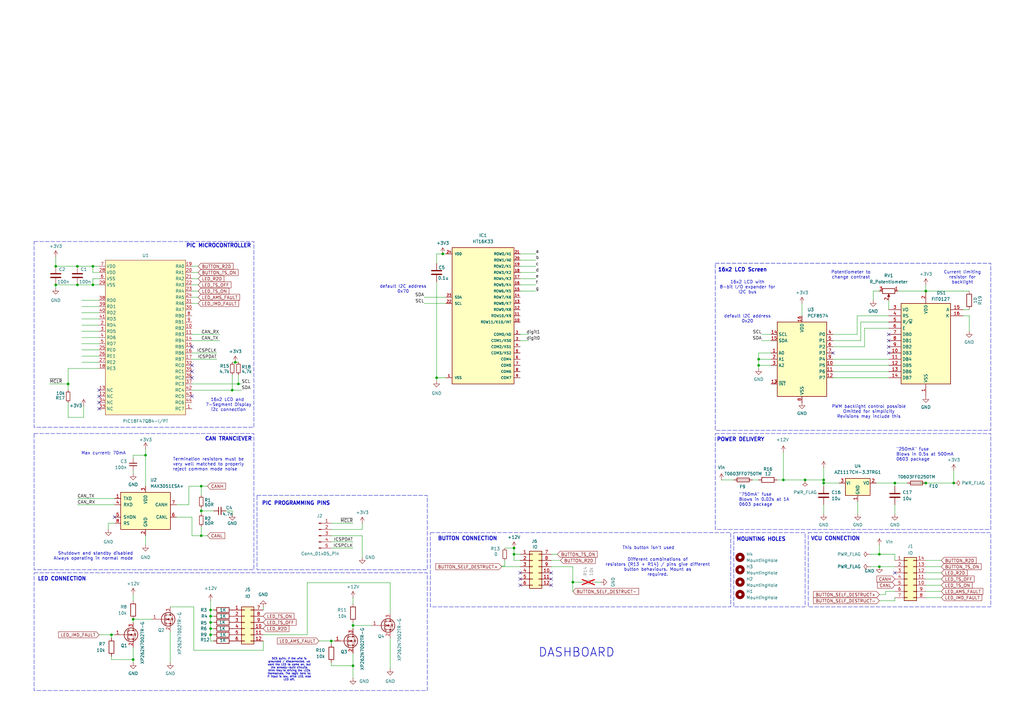
<source format=kicad_sch>
(kicad_sch (version 20231120) (generator "eeschema") (generator_version "8.0")
  (paper "A3")
  (title_block (title "BEST DASHBOARD EVER mk.2"))
  (junction (at 86.36 250.19))
  (junction (at 379.73 198.12))
  (junction (at 31.75 116.84))
  (junction (at 210.82 224.79))
  (junction (at 181.61 104.14))
  (junction (at 86.36 257.81))
  (junction (at 97.79 157.48))
  (junction (at 144.78 256.54))
  (junction (at 86.36 252.73))
  (junction (at 86.36 255.27))
  (junction (at 135.89 262.89))
  (junction (at 38.1 116.84))
  (junction (at 59.69 186.69))
  (junction (at 95.25 160.02))
  (junction (at 321.31 196.85))
  (junction (at 54.61 270.51))
  (junction (at 360.68 232.41))
  (junction (at 337.82 196.85))
  (junction (at 144.78 273.05))
  (junction (at 22.86 116.84))
  (junction (at 27.94 157.48))
  (junction (at 82.55 199.39))
  (junction (at 379.73 119.38))
  (junction (at 38.1 109.22))
  (junction (at 86.36 260.35))
  (junction (at 337.82 198.12))
  (junction (at 311.15 149.86))
  (junction (at 210.82 227.33))
  (junction (at 391.16 198.12))
  (junction (at 367.03 198.12))
  (junction (at 311.15 147.32))
  (junction (at 82.55 219.71))
  (junction (at 360.68 227.33))
  (junction (at 54.61 254))
  (junction (at 96.52 148.59))
  (junction (at 45.72 260.35))
  (junction (at 82.55 209.55))
  (junction (at 330.2 196.85))
  (junction (at 234.95 238.76))
  (junction (at 31.75 109.22))
  (junction (at 22.86 109.22))
  (junction (at 179.07 154.94))
  (no_connect (at 40.64 160.02))
  (no_connect (at 364.49 139.7))
  (no_connect (at 78.74 152.4))
  (no_connect (at 364.49 142.24))
  (no_connect (at 40.64 165.1))
  (no_connect (at 367.03 234.95))
  (no_connect (at 78.74 154.94))
  (no_connect (at 40.64 162.56))
  (no_connect (at 40.64 167.64))
  (no_connect (at 46.99 212.09))
  (no_connect (at 364.49 144.78))
  (no_connect (at 213.36 237.49))
  (no_connect (at 364.49 137.16))
  (no_connect (at 226.06 240.03))
  (no_connect (at 341.63 144.78))
  (no_connect (at 78.74 142.24))
  (no_connect (at 226.06 234.95))
  (no_connect (at 213.36 234.95))
  (no_connect (at 78.74 162.56))
  (no_connect (at 226.06 237.49))
  (no_connect (at 213.36 240.03))
  (no_connect (at 78.74 149.86))
  (wire (pts (xy 22.86 105.41) (xy 22.86 109.22)))
  (wire (pts (xy 33.528 123.19) (xy 40.64 123.19)))
  (wire (pts (xy 72.39 212.09) (xy 78.74 212.09)))
  (wire (pts (xy 82.55 219.71) (xy 85.09 219.71)))
  (wire (pts (xy 359.41 198.12) (xy 367.03 198.12)))
  (wire (pts (xy 379.73 242.57) (xy 386.08 242.57)))
  (wire (pts (xy 22.86 109.22) (xy 31.75 109.22)))
  (wire (pts (xy 79.502 248.92) (xy 79.502 266.7)))
  (wire (pts (xy 81.28 109.22) (xy 78.74 109.22)))
  (wire (pts (xy 316.23 144.78) (xy 311.15 144.78)))
  (wire (pts (xy 54.61 254) (xy 62.23 254)))
  (wire (pts (xy 45.72 270.51) (xy 45.72 269.24)))
  (wire (pts (xy 353.06 139.7) (xy 353.06 132.08)))
  (wire (pts (xy 160.02 239.014) (xy 125.984 239.014)))
  (wire (pts (xy 86.36 262.89) (xy 87.63 262.89)))
  (wire (pts (xy 86.36 260.35) (xy 86.36 262.89)))
  (wire (pts (xy 77.47 199.39) (xy 82.55 199.39)))
  (wire (pts (xy 86.36 246.38) (xy 86.36 250.19)))
  (wire (pts (xy 368.3 119.38) (xy 379.73 119.38)))
  (wire (pts (xy 360.68 227.33) (xy 367.03 227.33)))
  (wire (pts (xy 311.15 147.32) (xy 311.15 149.86)))
  (wire (pts (xy 86.36 255.27) (xy 86.36 257.81)))
  (wire (pts (xy 44.45 214.63) (xy 46.99 214.63)))
  (wire (pts (xy 144.78 256.54) (xy 152.4 256.54)))
  (wire (pts (xy 135.89 264.16) (xy 135.89 262.89)))
  (wire (pts (xy 394.97 129.54) (xy 397.51 129.54)))
  (wire (pts (xy 210.82 227.33) (xy 213.36 227.33)))
  (wire (pts (xy 22.86 116.84) (xy 22.86 118.11)))
  (wire (pts (xy 213.36 139.7) (xy 216.916 139.7)))
  (wire (pts (xy 160.02 261.62) (xy 160.02 274.32)))
  (wire (pts (xy 360.68 232.41) (xy 367.03 232.41)))
  (wire (pts (xy 351.536 129.54) (xy 364.49 129.54)))
  (wire (pts (xy 351.79 205.74) (xy 351.79 210.82)))
  (wire (pts (xy 31.75 207.01) (xy 46.99 207.01)))
  (wire (pts (xy 135.89 219.71) (xy 148.59 219.71)))
  (wire (pts (xy 311.15 144.78) (xy 311.15 147.32)))
  (wire (pts (xy 181.61 104.14) (xy 182.88 104.14)))
  (wire (pts (xy 82.55 209.55) (xy 87.63 209.55)))
  (wire (pts (xy 135.89 222.25) (xy 144.78 222.25)))
  (wire (pts (xy 356.87 232.41) (xy 360.68 232.41)))
  (wire (pts (xy 213.36 104.14) (xy 219.71 104.14)))
  (wire (pts (xy 330.2 196.85) (xy 337.82 196.85)))
  (wire (pts (xy 135.89 217.17) (xy 148.59 217.17)))
  (wire (pts (xy 360.68 243.84) (xy 363.22 243.84)))
  (wire (pts (xy 33.528 130.81) (xy 40.64 130.81)))
  (wire (pts (xy 213.36 111.76) (xy 219.71 111.76)))
  (wire (pts (xy 234.95 242.57) (xy 234.95 238.76)))
  (wire (pts (xy 22.86 116.84) (xy 31.75 116.84)))
  (wire (pts (xy 86.36 252.73) (xy 87.63 252.73)))
  (wire (pts (xy 77.47 207.01) (xy 77.47 199.39)))
  (wire (pts (xy 207.01 232.156) (xy 207.01 229.87)))
  (wire (pts (xy 78.74 212.09) (xy 78.74 219.71)))
  (wire (pts (xy 379.73 229.87) (xy 386.08 229.87)))
  (wire (pts (xy 379.73 234.95) (xy 386.08 234.95)))
  (wire (pts (xy 144.78 273.05) (xy 135.89 273.05)))
  (wire (pts (xy 341.63 154.94) (xy 364.49 154.94)))
  (wire (pts (xy 312.42 139.7) (xy 316.23 139.7)))
  (wire (pts (xy 27.94 151.13) (xy 27.94 157.48)))
  (wire (pts (xy 312.42 137.16) (xy 316.23 137.16)))
  (wire (pts (xy 38.1 111.76) (xy 38.1 109.22)))
  (wire (pts (xy 367.03 242.57) (xy 363.22 242.57)))
  (wire (pts (xy 379.73 198.12) (xy 391.16 198.12)))
  (wire (pts (xy 31.75 116.84) (xy 38.1 116.84)))
  (wire (pts (xy 226.06 227.33) (xy 228.6 227.33)))
  (wire (pts (xy 354.584 142.24) (xy 341.63 142.24)))
  (wire (pts (xy 358.14 123.19) (xy 358.14 119.38)))
  (wire (pts (xy 107.95 250.19) (xy 107.95 248.92)))
  (wire (pts (xy 394.97 127) (xy 397.51 127)))
  (wire (pts (xy 82.55 199.39) (xy 82.55 203.2)))
  (wire (pts (xy 308.61 196.85) (xy 311.15 196.85)))
  (wire (pts (xy 364.49 134.62) (xy 354.584 134.62)))
  (wire (pts (xy 144.78 245.11) (xy 144.78 247.65)))
  (wire (pts (xy 360.68 223.52) (xy 360.68 227.33)))
  (wire (pts (xy 179.07 115.57) (xy 179.07 154.94)))
  (wire (pts (xy 54.61 270.51) (xy 54.61 271.78)))
  (wire (pts (xy 316.23 149.86) (xy 311.15 149.86)))
  (wire (pts (xy 59.69 186.69) (xy 59.69 199.39)))
  (wire (pts (xy 360.68 246.38) (xy 367.03 246.38)))
  (wire (pts (xy 97.79 153.67) (xy 97.79 157.48)))
  (wire (pts (xy 144.78 256.54) (xy 144.78 257.81)))
  (wire (pts (xy 34.29 166.37) (xy 34.29 171.196)))
  (wire (pts (xy 328.93 124.46) (xy 328.93 129.54)))
  (wire (pts (xy 59.69 184.15) (xy 59.69 186.69)))
  (wire (pts (xy 54.61 186.69) (xy 59.69 186.69)))
  (wire (pts (xy 78.74 124.46) (xy 81.28 124.46)))
  (wire (pts (xy 351.536 137.16) (xy 351.536 129.54)))
  (wire (pts (xy 78.74 121.92) (xy 81.28 121.92)))
  (wire (pts (xy 173.99 124.46) (xy 182.88 124.46)))
  (wire (pts (xy 391.16 193.04) (xy 391.16 198.12)))
  (wire (pts (xy 78.74 119.38) (xy 81.28 119.38)))
  (wire (pts (xy 82.55 219.71) (xy 82.55 215.9)))
  (wire (pts (xy 179.07 154.94) (xy 182.88 154.94)))
  (wire (pts (xy 107.95 266.7) (xy 107.95 262.89)))
  (wire (pts (xy 86.36 250.19) (xy 87.63 250.19)))
  (wire (pts (xy 379.73 119.38) (xy 397.51 119.38)))
  (wire (pts (xy 173.99 121.92) (xy 182.88 121.92)))
  (wire (pts (xy 337.82 207.01) (xy 337.82 210.82)))
  (wire (pts (xy 97.79 157.48) (xy 99.06 157.48)))
  (wire (pts (xy 135.89 224.79) (xy 144.78 224.79)))
  (wire (pts (xy 78.74 139.7) (xy 90.17 139.7)))
  (wire (pts (xy 144.78 273.05) (xy 144.78 278.13)))
  (wire (pts (xy 367.03 245.11) (xy 367.03 246.38)))
  (wire (pts (xy 40.64 114.3) (xy 38.1 114.3)))
  (wire (pts (xy 20.32 157.48) (xy 27.94 157.48)))
  (wire (pts (xy 78.74 160.02) (xy 95.25 160.02)))
  (wire (pts (xy 205.74 232.41) (xy 213.36 232.41)))
  (wire (pts (xy 95.25 209.55) (xy 95.25 210.82)))
  (wire (pts (xy 337.82 198.12) (xy 337.82 199.39)))
  (wire (pts (xy 27.94 160.02) (xy 27.94 157.48)))
  (wire (pts (xy 213.36 114.3) (xy 219.71 114.3)))
  (wire (pts (xy 130.81 262.89) (xy 135.89 262.89)))
  (wire (pts (xy 144.78 255.27) (xy 144.78 256.54)))
  (wire (pts (xy 341.63 149.86) (xy 364.49 149.86)))
  (wire (pts (xy 82.55 199.39) (xy 85.09 199.39)))
  (wire (pts (xy 144.78 267.97) (xy 144.78 273.05)))
  (wire (pts (xy 205.74 232.156) (xy 207.01 232.156)))
  (wire (pts (xy 379.73 240.03) (xy 386.08 240.03)))
  (wire (pts (xy 88.9 144.78) (xy 78.74 144.78)))
  (wire (pts (xy 40.64 151.13) (xy 27.94 151.13)))
  (wire (pts (xy 79.502 266.7) (xy 107.95 266.7)))
  (wire (pts (xy 78.74 219.71) (xy 82.55 219.71)))
  (wire (pts (xy 367.03 227.33) (xy 367.03 229.87)))
  (wire (pts (xy 59.69 219.71) (xy 59.69 223.52)))
  (wire (pts (xy 96.52 148.59) (xy 97.79 148.59)))
  (wire (pts (xy 54.61 193.04) (xy 54.61 194.31)))
  (wire (pts (xy 34.29 171.196) (xy 27.94 171.196)))
  (wire (pts (xy 321.31 196.85) (xy 330.2 196.85)))
  (wire (pts (xy 353.06 132.08) (xy 364.49 132.08)))
  (wire (pts (xy 243.84 238.76) (xy 246.38 238.76)))
  (wire (pts (xy 82.55 208.28) (xy 82.55 209.55)))
  (wire (pts (xy 27.94 171.196) (xy 27.94 165.1)))
  (wire (pts (xy 205.74 232.156) (xy 205.74 232.41)))
  (wire (pts (xy 86.36 257.81) (xy 86.36 260.35)))
  (wire (pts (xy 69.85 259.08) (xy 69.85 271.78)))
  (wire (pts (xy 38.1 114.3) (xy 38.1 116.84)))
  (wire (pts (xy 213.36 109.22) (xy 219.71 109.22)))
  (wire (pts (xy 86.36 260.35) (xy 87.63 260.35)))
  (wire (pts (xy 213.36 106.68) (xy 219.71 106.68)))
  (wire (pts (xy 295.91 196.85) (xy 300.99 196.85)))
  (wire (pts (xy 86.36 257.81) (xy 87.63 257.81)))
  (wire (pts (xy 31.75 109.22) (xy 38.1 109.22)))
  (wire (pts (xy 33.528 128.27) (xy 40.64 128.27)))
  (wire (pts (xy 33.528 140.97) (xy 40.64 140.97)))
  (wire (pts (xy 33.528 133.35) (xy 40.64 133.35)))
  (wire (pts (xy 135.89 262.89) (xy 137.16 262.89)))
  (wire (pts (xy 54.61 254) (xy 54.61 255.27)))
  (wire (pts (xy 367.03 198.12) (xy 367.03 199.39)))
  (wire (pts (xy 379.73 237.49) (xy 386.08 237.49)))
  (wire (pts (xy 54.61 187.96) (xy 54.61 186.69)))
  (wire (pts (xy 367.03 207.01) (xy 367.03 210.82)))
  (wire (pts (xy 69.85 248.92) (xy 79.502 248.92)))
  (wire (pts (xy 318.77 196.85) (xy 321.31 196.85)))
  (wire (pts (xy 356.87 227.33) (xy 360.68 227.33)))
  (wire (pts (xy 341.63 152.4) (xy 364.49 152.4)))
  (wire (pts (xy 40.64 111.76) (xy 38.1 111.76)))
  (wire (pts (xy 135.89 273.05) (xy 135.89 271.78)))
  (wire (pts (xy 135.89 214.63) (xy 144.78 214.63)))
  (wire (pts (xy 210.82 229.87) (xy 210.82 227.33)))
  (wire (pts (xy 54.61 270.51) (xy 45.72 270.51)))
  (wire (pts (xy 33.528 143.51) (xy 40.64 143.51)))
  (wire (pts (xy 367.03 198.12) (xy 372.11 198.12)))
  (wire (pts (xy 31.75 204.47) (xy 46.99 204.47)))
  (wire (pts (xy 364.49 123.19) (xy 364.49 127)))
  (wire (pts (xy 179.07 104.14) (xy 181.61 104.14)))
  (wire (pts (xy 86.36 250.19) (xy 86.36 252.73)))
  (wire (pts (xy 337.82 191.77) (xy 337.82 196.85)))
  (wire (pts (xy 78.74 114.3) (xy 81.28 114.3)))
  (wire (pts (xy 213.36 116.84) (xy 219.71 116.84)))
  (wire (pts (xy 379.73 232.41) (xy 386.08 232.41)))
  (wire (pts (xy 92.71 209.55) (xy 95.25 209.55)))
  (wire (pts (xy 148.59 219.71) (xy 148.59 228.6)))
  (wire (pts (xy 207.01 224.79) (xy 210.82 224.79)))
  (wire (pts (xy 33.528 125.73) (xy 40.64 125.73)))
  (wire (pts (xy 179.07 154.94) (xy 179.07 156.21)))
  (wire (pts (xy 33.528 138.43) (xy 40.64 138.43)))
  (wire (pts (xy 311.15 147.32) (xy 316.23 147.32)))
  (wire (pts (xy 397.51 129.54) (xy 397.51 135.89)))
  (wire (pts (xy 82.55 209.55) (xy 82.55 210.82)))
  (wire (pts (xy 213.36 119.38) (xy 219.71 119.38)))
  (wire (pts (xy 33.528 148.59) (xy 40.64 148.59)))
  (wire (pts (xy 179.07 104.14) (xy 179.07 107.95)))
  (wire (pts (xy 95.25 160.02) (xy 99.06 160.02)))
  (wire (pts (xy 95.25 153.67) (xy 95.25 160.02)))
  (wire (pts (xy 210.82 224.79) (xy 210.82 227.33)))
  (wire (pts (xy 354.584 134.62) (xy 354.584 142.24)))
  (wire (pts (xy 321.31 185.42) (xy 321.31 196.85)))
  (wire (pts (xy 379.73 116.84) (xy 379.73 119.38)))
  (wire (pts (xy 234.95 238.76) (xy 238.76 238.76)))
  (wire (pts (xy 160.02 251.46) (xy 160.02 239.014)))
  (wire (pts (xy 44.45 217.17) (xy 44.45 214.63)))
  (wire (pts (xy 125.984 260.35) (xy 107.95 260.35)))
  (wire (pts (xy 213.36 137.16) (xy 216.916 137.16)))
  (wire (pts (xy 78.74 137.16) (xy 90.17 137.16)))
  (wire (pts (xy 341.63 137.16) (xy 351.536 137.16)))
  (wire (pts (xy 95.25 148.59) (xy 96.52 148.59)))
  (wire (pts (xy 45.72 260.35) (xy 46.99 260.35)))
  (wire (pts (xy 363.22 243.84) (xy 363.22 242.57)))
  (wire (pts (xy 226.06 229.87) (xy 229.87 229.87)))
  (wire (pts (xy 78.74 157.48) (xy 97.79 157.48)))
  (wire (pts (xy 54.61 243.84) (xy 54.61 246.38)))
  (wire (pts (xy 213.36 229.87) (xy 210.82 229.87)))
  (wire (pts (xy 38.1 109.22) (xy 40.64 109.22)))
  (wire (pts (xy 78.74 116.84) (xy 81.28 116.84)))
  (wire (pts (xy 33.528 135.89) (xy 40.64 135.89)))
  (wire (pts (xy 72.39 207.01) (xy 77.47 207.01)))
  (wire (pts (xy 358.14 119.38) (xy 360.68 119.38)))
  (wire (pts (xy 86.36 255.27) (xy 87.63 255.27)))
  (wire (pts (xy 45.72 261.62) (xy 45.72 260.35)))
  (wire (pts (xy 226.06 232.41) (xy 234.95 232.41)))
  (wire (pts (xy 341.63 139.7) (xy 353.06 139.7)))
  (wire (pts (xy 33.528 146.05) (xy 40.64 146.05)))
  (wire (pts (xy 379.73 245.11) (xy 386.08 245.11)))
  (wire (pts (xy 337.82 198.12) (xy 344.17 198.12)))
  (wire (pts (xy 38.1 116.84) (xy 40.64 116.84)))
  (wire (pts (xy 40.64 260.35) (xy 45.72 260.35)))
  (wire (pts (xy 234.95 232.41) (xy 234.95 238.76)))
  (wire (pts (xy 54.61 265.43) (xy 54.61 270.51)))
  (wire (pts (xy 78.74 111.76) (xy 81.28 111.76)))
  (wire (pts (xy 311.15 149.86) (xy 311.15 151.13)))
  (wire (pts (xy 377.19 198.12) (xy 379.73 198.12)))
  (wire (pts (xy 125.984 239.014) (xy 125.984 260.35)))
  (wire (pts (xy 148.59 214.63) (xy 148.59 217.17)))
  (wire (pts (xy 341.63 147.32) (xy 364.49 147.32)))
  (wire (pts (xy 86.36 252.73) (xy 86.36 255.27)))
  (wire (pts (xy 78.74 147.32) (xy 88.9 147.32)))
  (wire (pts (xy 337.82 196.85) (xy 337.82 198.12)))
  (rectangle (start 13.97 177.8) (end 104.14 233.68) (stroke (width 0) (type dash)))
  (rectangle (start 300.99 218.44) (end 330.2 248.92) (stroke (width 0) (type dash)))
  (rectangle (start 105.41 203.2) (end 175.26 233.68) (stroke (width 0) (type dash)))
  (rectangle (start 13.97 234.95) (end 175.26 283.21) (stroke (width 0) (type dash)))
  (rectangle (start 293.37 177.8) (end 406.4 217.17) (stroke (width 0) (type dash)))
  (rectangle (start 331.47 218.44) (end 406.4 248.92) (stroke (width 0) (type dash)))
  (rectangle (start 176.53 218.44) (end 299.72 248.92) (stroke (width 0) (type dash)))
  (rectangle (start 293.37 107.95) (end 406.4 176.53) (stroke (width 0) (type dash)))
  (rectangle (start 13.97 99.06) (end 104.14 175.26) (stroke (width 0) (type dash)))
  (text "default I2C address\n0x20" (at 306.578 130.81 0) (effects (font (size 1.27 1.27))))
  (text "MOUNTING HOLES" (at 312.166 221.234 0) (effects (font (size 1.524 1.524) (thickness 0.3048) (bold yes))))
  (text "CAN TRANCIEVER" (at 93.726 180.086 0) (effects (font (size 1.524 1.524) (thickness 0.3048) (bold yes))))
  (text "Current limiting\nresistor for\nbacklight" (at 394.716 113.792 0) (effects (font (size 1.27 1.27))))
  (text "VCU CONNECTION" (at 342.646 220.98 0) (effects (font (size 1.524 1.524) (thickness 0.3048) (bold yes))))
  (text "\"750mA\" fuse\nBlows in 0.02s at 1A\n0603 package" (at 303.022 207.772 0) (effects (font (size 1.27 1.27)) (justify left bottom)))
  (text "POWER DELIVERY" (at 303.784 180.34 0) (effects (font (size 1.524 1.524) (thickness 0.3048) (bold yes))))
  (text "PWM backlight control possible\nOmitted for simplicity\nRevisions may include this" (at 356.362 168.91 0) (effects (font (size 1.27 1.27))))
  (text "default I2C address\n0x70" (at 165.354 118.618 0) (effects (font (size 1.27 1.27))))
  (text "16x2 LCD with\n8-bit I/O expander for\nI2C bus" (at 306.578 117.856 0) (effects (font (size 1.27 1.27))))
  (text "16x2 LCD and \n7-Segment Display\ni2c connection" (at 93.726 166.116 0) (effects (font (size 1.27 1.27))))
  (text "BUTTON CONNECTION" (at 191.77 220.98 0) (effects (font (size 1.524 1.524) (thickness 0.3048) (bold yes))))
  (text "SCS quirk. If the wire is\ngrounded / disconnected, we\nwant the LED to come on, but\nthe already-built circuits\nthink they're driving the LEDs\nthemselves. The logic here is:\nIf input is low, drive LED, else\nLED off." (at 118.618 274.574 0) (effects (font (size 0.762 0.762))))
  (text "PIC PROGRAMMING PINS" (at 121.412 206.502 0) (effects (font (size 1.524 1.524) (thickness 0.3048) (bold yes))))
  (text "Shutdown and standby disabled\nAlways operating in normal mode" (at 54.61 229.87 0) (effects (font (size 1.27 1.27)) (justify right bottom)))
  (text "Potentiometer to\nchange contrast" (at 348.996 112.776 0) (effects (font (size 1.27 1.27))))
  (text "\"250mA\" fuse\nBlows in 0.5s at 500mA\n0603 package" (at 367.538 189.23 0) (effects (font (size 1.27 1.27)) (justify left bottom)))
  (text "16x2 LCD Screen\n" (at 304.546 110.744 0) (effects (font (size 1.524 1.524) (thickness 0.3048) (bold yes))))
  (text "This button isn't used" (at 265.938 224.79 0) (effects (font (size 1.27 1.27))))
  (text "Termination resistors must be \nvery well matched to properly \nreject common mode noise" (at 70.866 193.294 0) (effects (font (size 1.27 1.27)) (justify left bottom)))
  (text "PIC MICROCONTROLLER\n" (at 89.662 100.838 0) (effects (font (size 1.524 1.524) (thickness 0.3048) (bold yes))))
  (text "LED CONNECTION" (at 25.4 237.49 0) (effects (font (size 1.524 1.524) (thickness 0.3048) (bold yes))))
  (text "DASHBOARD" (at 236.474 267.716 0) (effects (font (size 3.556 3.556) (thickness 0.254) (bold yes))))
  (text "Max current: 70mA" (at 33.274 186.69 0) (effects (font (size 1.27 1.27)) (justify left bottom)))
  (text "Different combinations of\nresistors (R13 + R14) / pins give different\nbutton behaviours. Mount as\nrequired." (at 269.748 232.664 0) (effects (font (size 1.27 1.27))))
  (label "CAN_TX" (at 82.55 139.7 0))
  (label "digit0" (at 215.9 139.7 0))
  (label "c" (at 219.71 109.22 0))
  (label "CAN_TX" (at 31.75 204.47 0))
  (label "SDA" (at 312.42 139.7 180))
  (label "CAN_RX" (at 82.55 137.16 0))
  (label "SDA" (at 173.99 121.92 180))
  (label "SCL" (at 99.06 157.48 0))
  (label "ICSPCLK" (at 144.78 224.79 180))
  (label "SDA" (at 99.06 160.02 0))
  (label "ICSPDAT" (at 88.9 147.32 180))
  (label "a" (at 219.71 104.14 0))
  (label "SCL" (at 173.99 124.46 180))
  (label "g" (at 219.71 119.38 0))
  (label "CAN_RX" (at 31.75 207.01 0))
  (label "b" (at 219.71 106.68 0))
  (label "ICSPDAT" (at 144.78 222.25 180))
  (label "e" (at 219.71 114.3 0))
  (label "digit1" (at 215.9 137.16 0))
  (label "ICSPCLK" (at 88.9 144.78 180))
  (label "SCL" (at 312.42 137.16 180))
  (label "d" (at 219.71 111.76 0))
  (label "~{MCLR}" (at 20.32 157.48 0))
  (label "f" (at 219.71 116.84 0))
  (label "~{MCLR}" (at 144.78 214.63 180))
  (global_label "BUTTON_SELF_DESTRUCT-" (shape input) (at 234.95 242.57 0) (property "Intersheetrefs" "${INTERSHEET_REFS}" (effects (hide yes))))
  (global_label "LED_TS_OFF" (shape input) (at 107.95 255.27 0) (property "Intersheetrefs" "${INTERSHEET_REFS}" (effects (hide yes))))
  (global_label "LED_IMD_FAULT" (shape input) (at 386.08 245.11 0) (property "Intersheetrefs" "${INTERSHEET_REFS}" (effects (hide yes))))
  (global_label "BUTTON_SELF_DESTRUCT-" (shape input) (at 360.68 246.38 180) (property "Intersheetrefs" "${INTERSHEET_REFS}" (effects (hide yes))))
  (global_label "CANH" (shape input) (at 85.09 199.39 0) (property "Intersheetrefs" "${INTERSHEET_REFS}" (effects (hide yes))))
  (global_label "BUTTON_R2D" (shape input) (at 81.28 109.22 0) (property "Intersheetrefs" "${INTERSHEET_REFS}" (effects (hide yes))))
  (global_label "BUTTON_R2D" (shape input) (at 386.08 229.87 0) (property "Intersheetrefs" "${INTERSHEET_REFS}" (effects (hide yes))))
  (global_label "CANL" (shape input) (at 367.03 240.03 180) (property "Intersheetrefs" "${INTERSHEET_REFS}" (effects (hide yes))))
  (global_label "LED_AMS_FAULT" (shape input) (at 386.08 242.57 0) (property "Intersheetrefs" "${INTERSHEET_REFS}" (effects (hide yes))))
  (global_label "LED_TS_OFF" (shape input) (at 386.08 237.49 0) (property "Intersheetrefs" "${INTERSHEET_REFS}" (effects (hide yes))))
  (global_label "LED_TS_ON" (shape input) (at 81.28 119.38 0) (property "Intersheetrefs" "${INTERSHEET_REFS}" (effects (hide yes))))
  (global_label "BUTTON_SELF_DESTRUCT+" (shape input) (at 205.74 232.41 180) (property "Intersheetrefs" "${INTERSHEET_REFS}" (effects (hide yes))))
  (global_label "LED_AMS_FAULT" (shape input) (at 130.81 262.89 180) (property "Intersheetrefs" "${INTERSHEET_REFS}" (effects (hide yes))))
  (global_label "LED_IMD_FAULT" (shape input) (at 81.28 124.46 0) (property "Intersheetrefs" "${INTERSHEET_REFS}" (effects (hide yes))))
  (global_label "LED_R2D" (shape input) (at 107.95 257.81 0) (property "Intersheetrefs" "${INTERSHEET_REFS}" (effects (hide yes))))
  (global_label "LED_R2D" (shape input) (at 386.08 234.95 0) (property "Intersheetrefs" "${INTERSHEET_REFS}" (effects (hide yes))))
  (global_label "LED_AMS_FAULT" (shape input) (at 81.28 121.92 0) (property "Intersheetrefs" "${INTERSHEET_REFS}" (effects (hide yes))))
  (global_label "LED_R2D" (shape input) (at 81.28 114.3 0) (property "Intersheetrefs" "${INTERSHEET_REFS}" (effects (hide yes))))
  (global_label "BUTTON_SELF_DESTRUCT+" (shape input) (at 360.68 243.84 180) (property "Intersheetrefs" "${INTERSHEET_REFS}" (effects (hide yes))))
  (global_label "LED_TS_ON" (shape input) (at 107.95 252.73 0) (property "Intersheetrefs" "${INTERSHEET_REFS}" (effects (hide yes))))
  (global_label "LED_IMD_FAULT" (shape input) (at 40.64 260.35 180) (property "Intersheetrefs" "${INTERSHEET_REFS}" (effects (hide yes))))
  (global_label "CANH" (shape input) (at 367.03 237.49 180) (property "Intersheetrefs" "${INTERSHEET_REFS}" (effects (hide yes))))
  (global_label "LED_TS_ON" (shape input) (at 386.08 240.03 0) (property "Intersheetrefs" "${INTERSHEET_REFS}" (effects (hide yes))))
  (global_label "LED_TS_OFF" (shape input) (at 81.28 116.84 0) (property "Intersheetrefs" "${INTERSHEET_REFS}" (effects (hide yes))))
  (global_label "BUTTON_TS_ON" (shape input) (at 81.28 111.76 0) (property "Intersheetrefs" "${INTERSHEET_REFS}" (effects (hide yes))))
  (global_label "BUTTON_TS_ON" (shape input) (at 386.08 232.41 0) (property "Intersheetrefs" "${INTERSHEET_REFS}" (effects (hide yes))))
  (global_label "BUTTON_TS_ON" (shape input) (at 228.6 227.33 0) (property "Intersheetrefs" "${INTERSHEET_REFS}" (effects (hide yes))))
  (global_label "CANL" (shape input) (at 85.09 219.71 0) (property "Intersheetrefs" "${INTERSHEET_REFS}" (effects (hide yes))))
  (global_label "BUTTON_R2D" (shape input) (at 229.87 229.87 0) (property "Intersheetrefs" "${INTERSHEET_REFS}" (effects (hide yes))))
  (symbol (lib_id "power:GND") (at 379.73 162.56 0) (unit 1)
    (property "Reference" "#PWR018" (effects (hide yes)))
    (property "Value" "GND" (at 379.73 167.005 0))
  )
  (symbol (lib_id "power:GND") (at 22.86 118.11 0) (unit 1)
    (property "Reference" "#PWR02" (effects (hide yes)))
    (property "Value" "GND" (at 22.86 123.19 0))
    (property "Description" "Power symbol creates a global label with name \"GND\" , ground" (effects (hide yes)))
  )
  (symbol (lib_id "power:GND") (at 397.51 135.89 0) (unit 1)
    (property "Reference" "#PWR029" (effects (hide yes)))
    (property "Value" "GND" (at 397.51 140.335 0))
  )
  (symbol (lib_name "+3V3_5") (lib_id "power:+3V3") (at 391.16 193.04 0) (unit 1)
    (property "Reference" "#PWR052" (effects (hide yes)))
    (property "Value" "+3V3" (at 391.16 188.595 0))
    (property "Description" "Power symbol creates a global label with name \"+3V3\"" (effects (hide yes)))
  )
  (symbol (lib_id "power:GND") (at 69.85 271.78 0) (unit 1)
    (property "Reference" "#PWR020" (effects (hide yes)))
    (property "Value" "GND" (at 69.85 276.225 0))
    (property "Description" "Power symbol creates a global label with name \"GND\" , ground" (effects (hide yes)))
  )
  (symbol (lib_id "Connector_Generic:Conn_02x06_Top_Bottom") (at 218.44 232.41 0) (unit 1)
    (property "Reference" "J6" (at 219.202 221.996 0))
    (property "Value" "IO" (at 219.456 224.282 0))
    (property "Footprint" "Connector_Molex:Molex_Micro-Fit_3.0_43045-1200_2x06_P3.00mm_Horizontal" (effects (hide yes)))
    (property "Description" "Generic connector, double row, 02x06, top/bottom pin numbering scheme (row 1: 1...pins_per_row, row2: pins_per_row+1 ... num_pins), script generated (kicad-library-utils/schlib/autogen/connector/)" (effects (hide yes)))
  )
  (symbol (lib_id "Device:C_Small") (at 90.17 209.55 90) (unit 1)
    (property "Reference" "C4" (at 93.98 208.28 90))
    (property "Value" "4.7n" (at 93.345 210.82 90))
    (property "Footprint" "Capacitor_SMD:C_0805_2012Metric_Pad1.18x1.45mm_HandSolder" (effects (hide yes)))
    (property "Datasheet" "https://www.mouser.co.uk/datasheet/2/212/1/KEM_C1076_X7R_HV_AUTO_SMD-1093301.pdf" (effects (hide yes)))
    (property "Optional" "True" (effects (hide yes)))
    (property "Order Code" "80-C0805C472KBRAUTO" (effects (hide yes)))
    (property "Supplier" "Mouser" (effects (hide yes)))
  )
  (symbol (lib_id "power:GND") (at 351.79 210.82 0) (unit 1)
    (property "Reference" "#PWR049" (effects (hide yes)))
    (property "Value" "GND" (at 351.79 215.265 0))
  )
  (symbol (lib_id "Device:C") (at 337.82 203.2 0) (unit 1)
    (property "Reference" "C16" (at 340.995 201.93 0) (effects (justify left)))
    (property "Value" "10u" (at 340.995 204.47 0) (effects (justify left)))
    (property "Footprint" "Capacitor_SMD:C_0805_2012Metric_Pad1.18x1.45mm_HandSolder" (effects (hide yes)))
  )
  (symbol (lib_id "SUFST:PIC18F47Q84-I/PT") (at 59.69 138.43 0) (mirror y) (unit 1)
    (property "Reference" "U1" (at 59.69 104.775 0))
    (property "Value" "PIC18F47Q84-I/PT" (at 59.69 172.72 0))
    (property "Footprint" "Package_QFP:TQFP-44_10x10mm_P0.8mm" (effects (hide yes)))
  )
  (symbol (lib_id "power:GND") (at 328.93 165.1 0) (unit 1)
    (property "Reference" "#PWR019" (effects (hide yes)))
    (property "Value" "GND" (at 328.93 169.545 0))
  )
  (symbol (lib_id "Device:Q_NMOS_GSD") (at 157.48 256.54 0) (unit 1)
    (property "Reference" "Q4" (at 154.94 260.985 0) (effects (justify left)))
    (property "Value" "XP262N7002TR-G" (at 163.83 271.145 90) (effects (justify left)))
    (property "Footprint" "Package_TO_SOT_SMD:SOT-23" (effects (hide yes)))
    (property "Description" "N-MOSFET transistor, gate/source/drain" (effects (hide yes)))
    (property "Order Code" "865-XP262N7002TR-G " (effects (hide yes)))
    (property "Supplier" "Mouser" (effects (hide yes)))
  )
  (symbol (lib_id "Interface_Expansion:PCF8574") (at 328.93 147.32 0) (unit 1)
    (property "Reference" "U3" (at 331.1241 127 0) (effects (justify left)))
    (property "Value" "PCF8574" (at 331.1241 129.54 0) (effects (justify left)))
    (property "Datasheet" "http://www.nxp.com/docs/en/data-sheet/PCF8574_PCF8574A.pdf" (effects (hide yes)))
    (property "Description" "8 Bit Port/Expander to I2C Bus, DIP/SOIC-16" (effects (hide yes)))
  )
  (symbol (lib_id "Device:R") (at 91.44 250.19 90) (unit 1)
    (property "Reference" "R3" (at 83.566 250.19 90))
    (property "Value" "1K" (at 91.44 250.19 90))
    (property "Footprint" "Resistor_SMD:R_0805_2012Metric_Pad1.20x1.40mm_HandSolder" (effects (hide yes)))
    (property "Description" "Resistor" (effects (hide yes)))
  )
  (symbol (lib_id "Device:R_Small") (at 207.01 227.33 180) (unit 1)
    (property "Reference" "R13" (at 201.168 225.044 0) (effects (justify right)))
    (property "Value" "0" (at 202.692 227.33 0) (effects (justify right)))
    (property "Footprint" "Resistor_SMD:R_0805_2012Metric_Pad1.20x1.40mm_HandSolder" (effects (hide yes)))
    (property "Description" "Resistor, small symbol" (effects (hide yes)))
  )
  (symbol (lib_name "+3V3_1") (lib_id "power:+3V3") (at 96.52 148.59 0) (unit 1)
    (property "Reference" "#PWR023" (effects (hide yes)))
    (property "Value" "+3V3" (at 96.52 144.145 0))
    (property "Description" "Power symbol creates a global label with name \"+3V3\"" (effects (hide yes)))
  )
  (symbol (lib_name "+3V3_5") (lib_id "power:+3V3") (at 328.93 124.46 0) (unit 1)
    (property "Reference" "#PWR030" (effects (hide yes)))
    (property "Value" "+3V3" (at 328.93 120.015 0))
    (property "Description" "Power symbol creates a global label with name \"+3V3\"" (effects (hide yes)))
  )
  (symbol (lib_id "power:GND") (at 144.78 278.13 0) (unit 1)
    (property "Reference" "#PWR022" (effects (hide yes)))
    (property "Value" "GND" (at 147.32 279.3999 0) (effects (justify left)))
    (property "Description" "Power symbol creates a global label with name \"GND\" , ground" (effects (hide yes)))
  )
  (symbol (lib_id "power:+12V") (at 210.82 224.79 0) (unit 1)
    (property "Reference" "#PWR026" (effects (hide yes)))
    (property "Value" "+12V" (at 210.82 220.345 0))
    (property "Description" "Power symbol creates a global label with name \"+12V\"" (effects (hide yes)))
  )
  (symbol (lib_id "Mechanical:MountingHole") (at 303.53 228.6 0) (unit 1) (exclude_from_sim yes) (in_bom no)
    (property "Reference" "H4" (at 306.07 227.3299 0) (effects (justify left)))
    (property "Value" "MountingHole" (at 306.07 229.8699 0) (effects (justify left)))
    (property "Footprint" "MountingHole:MountingHole_4.3mm_M4" (effects (hide yes)))
    (property "Description" "Mounting Hole without connection" (effects (hide yes)))
  )
  (symbol (lib_id "Device:R_Small") (at 82.55 213.36 180) (unit 1)
    (property "Reference" "R2" (at 83.82 212.725 0) (effects (justify right)))
    (property "Value" "60R" (at 83.82 214.63 0) (effects (justify right)))
    (property "Footprint" "Resistor_SMD:R_0805_2012Metric_Pad1.20x1.40mm_HandSolder" (effects (hide yes)))
    (property "Datasheet" "https://www.mouser.co.uk/datasheet/2/427/dcrcwife3-1761849.pdf" (effects (hide yes)))
    (property "Optional" "True" (effects (hide yes)))
    (property "Supplier" "Mouser" (effects (hide yes)))
  )
  (symbol (lib_id "Device:R") (at 91.44 255.27 90) (unit 1)
    (property "Reference" "R5" (at 83.566 255.524 90))
    (property "Value" "1K" (at 91.186 255.27 90))
    (property "Footprint" "Resistor_SMD:R_0805_2012Metric_Pad1.20x1.40mm_HandSolder" (effects (hide yes)))
    (property "Description" "Resistor" (effects (hide yes)))
  )
  (symbol (lib_id "Device:C_Small") (at 54.61 190.5 0) (mirror x) (unit 1)
    (property "Reference" "C3" (at 52.07 189.2235 0) (effects (justify right)))
    (property "Value" "100n" (at 52.07 191.7635 0) (effects (justify right)))
    (property "Footprint" "Capacitor_SMD:C_0805_2012Metric_Pad1.18x1.45mm_HandSolder" (effects (hide yes)))
    (property "Datasheet" "https://www.mouser.co.uk/datasheet/2/212/KEM_C1002_X7R_SMD-1102033.pdf" (effects (hide yes)))
    (property "Optional" "False" (effects (hide yes)))
    (property "Order Code" "80-C0805C104K5RACLR" (effects (hide yes)))
    (property "Supplier" "Mouser" (effects (hide yes)))
  )
  (symbol (lib_id "power:+12V") (at 295.91 196.85 0) (unit 1)
    (property "Reference" "#PWR014" (effects (hide yes)))
    (property "Value" "Vin" (at 295.91 191.77 0))
    (property "Description" "Power symbol creates a global label with name \"+12V\"" (effects (hide yes)))
  )
  (symbol (lib_id "power:GND") (at 148.59 228.6 0) (unit 1)
    (property "Reference" "#PWR033" (effects (hide yes)))
    (property "Value" "GND" (at 151.765 228.6 0))
  )
  (symbol (lib_id "power:PWR_FLAG") (at 391.16 198.12 270) (unit 1)
    (property "Reference" "#FLG08" (effects (hide yes)))
    (property "Value" "PWR_FLAG" (at 394.335 198.12 90) (effects (justify left)))
    (property "Description" "Special symbol for telling ERC where power comes from" (effects (hide yes)))
  )
  (symbol (lib_id "SUFST:HT16K33") (at 198.12 129.54 0) (unit 1)
    (property "Reference" "IC1" (at 198.12 96.52 0))
    (property "Value" "HT16K33" (at 198.12 99.06 0))
    (property "Footprint" "HT16K33:HT16K33" (effects (hide yes)))
    (property "MF" "Adafruit Industries" (effects (hide yes)))
    (property "Description_1" "\n                        \n                            HT16K33 14-Segment 4-Digit Display Feather Platform Evaluation Expansion Board\n                        \n" (effects (hide yes)))
    (property "Package" "None" (effects (hide yes)))
    (property "Price" "None" (effects (hide yes)))
    (property "Check_prices" "https://www.snapeda.com/parts/HT16K33/Adafruit+Industries/view-part/?ref=eda" (effects (hide yes)))
    (property "VALUE" "HTK16K33" (effects (hide yes)))
    (property "SnapEDA_Link" "https://www.snapeda.com/parts/HT16K33/Adafruit+Industries/view-part/?ref=snap" (effects (hide yes)))
    (property "PROD_ID" "IC-14891" (effects (hide yes)))
    (property "Availability" "Not in stock" (effects (hide yes)))
    (property "MP" "HT16K33" (effects (hide yes)))
  )
  (symbol (lib_id "Device:C") (at 367.03 203.2 0) (unit 1)
    (property "Reference" "C17" (at 370.205 201.93 0) (effects (justify left)))
    (property "Value" "10u" (at 370.205 204.47 0) (effects (justify left)))
    (property "Footprint" "Capacitor_SMD:C_0805_2012Metric_Pad1.18x1.45mm_HandSolder" (effects (hide yes)))
  )
  (symbol (lib_id "Device:R") (at 91.44 257.81 90) (unit 1)
    (property "Reference" "R6" (at 83.566 257.81 90))
    (property "Value" "1K" (at 91.186 257.81 90))
    (property "Footprint" "Resistor_SMD:R_0805_2012Metric_Pad1.20x1.40mm_HandSolder" (effects (hide yes)))
    (property "Description" "Resistor" (effects (hide yes)))
  )
  (symbol (lib_id "Mechanical:MountingHole") (at 303.53 243.84 0) (unit 1) (exclude_from_sim yes) (in_bom no)
    (property "Reference" "H1" (at 306.07 242.5699 0) (effects (justify left)))
    (property "Value" "MountingHole" (at 306.07 245.1099 0) (effects (justify left)))
    (property "Footprint" "MountingHole:MountingHole_4.3mm_M4" (effects (hide yes)))
    (property "Description" "Mounting Hole without connection" (effects (hide yes)))
  )
  (symbol (lib_id "Device:R_Small") (at 241.3 238.76 270) (unit 1) (dnp yes)
    (property "Reference" "R14" (at 240.03 236.22 0) (effects (justify right)))
    (property "Value" "10k" (at 242.57 236.22 0) (effects (justify right)))
    (property "Footprint" "Resistor_SMD:R_0805_2012Metric_Pad1.20x1.40mm_HandSolder" (effects (hide yes)))
    (property "Description" "Resistor, small symbol" (effects (hide yes)))
  )
  (symbol (lib_id "Device:Fuse") (at 375.92 198.12 90) (unit 1)
    (property "Reference" "F10" (at 382.905 199.39 90))
    (property "Value" "T0603FF0250TM" (at 375.92 195.58 90))
    (property "Footprint" "Fuse:Fuse_0603_1608Metric_Pad1.05x0.95mm_HandSolder" (effects (hide yes)))
  )
  (symbol (lib_name "PWR_FLAG_1") (lib_id "power:PWR_FLAG") (at 356.87 227.33 90) (unit 1)
    (property "Reference" "#FLG03" (effects (hide yes)))
    (property "Value" "PWR_FLAG" (at 353.06 227.3299 90) (effects (justify left)))
    (property "Description" "Special symbol for telling ERC where power comes from" (effects (hide yes)))
  )
  (symbol (lib_id "power:+12V") (at 321.31 185.42 0) (unit 1)
    (property "Reference" "#PWR047" (effects (hide yes)))
    (property "Value" "+12V" (at 318.262 180.34 0) (effects (justify left)))
  )
  (symbol (lib_name "+3V3_1") (lib_id "power:+3V3") (at 181.61 104.14 0) (unit 1)
    (property "Reference" "#PWR09" (effects (hide yes)))
    (property "Value" "+3V3" (at 181.61 99.695 0))
    (property "Description" "Power symbol creates a global label with name \"+3V3\"" (effects (hide yes)))
  )
  (symbol (lib_id "Device:R") (at 135.89 267.97 0) (unit 1)
    (property "Reference" "R10" (at 133.35 266.6999 0) (effects (justify right)))
    (property "Value" "10k" (at 133.35 269.2399 0) (effects (justify right)))
    (property "Footprint" "Resistor_SMD:R_0805_2012Metric_Pad1.20x1.40mm_HandSolder" (effects (hide yes)))
    (property "Description" "Resistor" (effects (hide yes)))
  )
  (symbol (lib_name "+3V3_6") (lib_id "power:+3V3") (at 337.82 191.77 0) (unit 1)
    (property "Reference" "#PWR08" (effects (hide yes)))
    (property "Value" "+5v" (effects (hide yes)))
    (property "Description" "Power symbol creates a global label with name \"+3V3\"" (effects (hide yes)))
  )
  (symbol (lib_id "power:GND") (at 54.61 194.31 0) (mirror y) (unit 1)
    (property "Reference" "#PWR04" (effects (hide yes)))
    (property "Value" "GND" (at 54.61 198.755 0))
  )
  (symbol (lib_name "+3V3_3") (lib_id "power:+3V3") (at 59.69 184.15 0) (unit 1)
    (property "Reference" "#PWR05" (effects (hide yes)))
    (property "Value" "+3V3" (at 59.69 180.34 0))
    (property "Description" "Power symbol creates a global label with name \"+3V3\"" (effects (hide yes)))
  )
  (symbol (lib_name "+3V3_4") (lib_id "power:+3V3") (at 148.59 214.63 0) (unit 1)
    (property "Reference" "#PWR032" (effects (hide yes)))
    (property "Value" "+3V3" (at 148.59 210.185 0))
    (property "Description" "Power symbol creates a global label with name \"+3V3\"" (effects (hide yes)))
  )
  (symbol (lib_id "Device:R") (at 314.96 196.85 90) (unit 1)
    (property "Reference" "R16" (at 314.96 192.405 90))
    (property "Value" "12" (at 314.96 194.31 90))
    (property "Footprint" "Resistor_SMD:R_0805_2012Metric_Pad1.20x1.40mm_HandSolder" (effects (hide yes)))
  )
  (symbol (lib_id "Device:C") (at 31.75 113.03 0) (unit 1)
    (property "Reference" "C1" (at 33.02 110.49 0) (effects (justify left)))
    (property "Value" "100n" (at 32.385 115.57 0) (effects (justify left)))
    (property "Footprint" "Capacitor_SMD:C_0805_2012Metric_Pad1.18x1.45mm_HandSolder" (effects (hide yes)))
  )
  (symbol (lib_id "power:+12V") (at 360.68 223.52 0) (unit 1)
    (property "Reference" "#PWR010" (effects (hide yes)))
    (property "Value" "Vin" (at 363.22 222.2499 0) (effects (justify left)))
    (property "Description" "Power symbol creates a global label with name \"+12V\"" (effects (hide yes)))
  )
  (symbol (lib_id "Device:R_Small") (at 95.25 151.13 180) (unit 1)
    (property "Reference" "R15" (at 90.17 150.114 0) (effects (justify right)))
    (property "Value" "4.7k" (at 89.916 152.4 0) (effects (justify right)))
    (property "Footprint" "Resistor_SMD:R_0805_2012Metric_Pad1.20x1.40mm_HandSolder" (effects (hide yes)))
    (property "Datasheet" "https://www.mouser.co.uk/datasheet/2/427/dcrcwife3-1761849.pdf" (effects (hide yes)))
    (property "Optional" "True" (effects (hide yes)))
    (property "Supplier" "Mouser" (effects (hide yes)))
  )
  (symbol (lib_id "power:GND") (at 358.14 123.19 0) (unit 1)
    (property "Reference" "#PWR027" (effects (hide yes)))
    (property "Value" "GND" (at 358.14 127.635 0))
  )
  (symbol (lib_name "+3V3_2") (lib_id "power:+3V3") (at 34.29 166.37 0) (unit 1)
    (property "Reference" "#PWR053" (effects (hide yes)))
    (property "Value" "+3V3" (at 31.115 166.37 0))
    (property "Description" "Power symbol creates a global label with name \"+3V3\"" (effects (hide yes)))
  )
  (symbol (lib_id "Interface_UART:MAX3051") (at 59.69 209.55 0) (unit 1)
    (property "Reference" "U2" (at 61.595 196.85 0) (effects (justify left)))
    (property "Value" "MAX3051ESA+" (at 61.595 199.39 0) (effects (justify left)))
    (property "Footprint" "Package_SO:SOIC-8_3.9x4.9mm_P1.27mm" (effects (hide yes)))
    (property "Datasheet" "http://datasheets.maximintegrated.com/en/ds/MAX3051.pdf" (effects (hide yes)))
    (property "Supplier" "Mouser" (effects (hide yes)))
    (property "Order Code" "700-MAX3051ESA" (effects (hide yes)))
    (property "Optional" "False" (effects (hide yes)))
  )
  (symbol (lib_id "power:GND") (at 311.15 151.13 0) (unit 1)
    (property "Reference" "#PWR025" (effects (hide yes)))
    (property "Value" "GND" (at 311.15 155.575 0))
  )
  (symbol (lib_id "Device:Fuse") (at 304.8 196.85 90) (unit 1)
    (property "Reference" "F9" (at 304.546 199.644 90))
    (property "Value" "T0603FF0750TM" (at 304.8 194.31 90))
    (property "Footprint" "Fuse:Fuse_0603_1608Metric_Pad1.05x0.95mm_HandSolder" (effects (hide yes)))
  )
  (symbol (lib_id "power:+12V") (at 86.36 246.38 0) (unit 1)
    (property "Reference" "#PWR012" (effects (hide yes)))
    (property "Value" "+12V" (at 86.36 241.3 0))
    (property "Description" "Power symbol creates a global label with name \"+12V\"" (effects (hide yes)))
  )
  (symbol (lib_id "Device:R_Small") (at 82.55 205.74 180) (unit 1)
    (property "Reference" "R1" (at 83.82 205.105 0) (effects (justify right)))
    (property "Value" "60R" (at 83.82 207.01 0) (effects (justify right)))
    (property "Footprint" "Resistor_SMD:R_0805_2012Metric_Pad1.20x1.40mm_HandSolder" (effects (hide yes)))
    (property "Datasheet" "https://www.mouser.co.uk/datasheet/2/427/dcrcwife3-1761849.pdf" (effects (hide yes)))
    (property "Optional" "True" (effects (hide yes)))
    (property "Supplier" "Mouser" (effects (hide yes)))
  )
  (symbol (lib_id "power:GND") (at 107.95 248.92 180) (unit 1)
    (property "Reference" "#PWR013" (effects (hide yes)))
    (property "Value" "GND" (at 107.95 243.84 0))
  )
  (symbol (lib_id "Device:R") (at 397.51 123.19 0) (unit 1)
    (property "Reference" "R19" (at 401.955 123.19 90))
    (property "Value" "10" (at 400.05 123.19 90))
    (property "Footprint" "Resistor_SMD:R_0805_2012Metric_Pad1.20x1.40mm_HandSolder" (effects (hide yes)))
  )
  (symbol (lib_id "Device:R") (at 54.61 250.19 0) (unit 1)
    (property "Reference" "R8" (at 52.07 248.9199 0) (effects (justify right)))
    (property "Value" "10k" (at 52.07 251.4599 0) (effects (justify right)))
    (property "Footprint" "Resistor_SMD:R_0805_2012Metric_Pad1.20x1.40mm_HandSolder" (effects (hide yes)))
    (property "Description" "Resistor" (effects (hide yes)))
  )
  (symbol (lib_id "Device:Q_NMOS_GSD") (at 142.24 262.89 0) (unit 1)
    (property "Reference" "Q3" (at 139.7 267.335 0) (effects (justify left)))
    (property "Value" "XP262N7002TR-G" (at 148.59 274.955 90) (effects (justify left)))
    (property "Footprint" "Package_TO_SOT_SMD:SOT-23" (effects (hide yes)))
    (property "Description" "N-MOSFET transistor, gate/source/drain" (effects (hide yes)))
    (property "Order Code" "865-XP262N7002TR-G " (effects (hide yes)))
    (property "Supplier" "Mouser" (effects (hide yes)))
  )
  (symbol (lib_name "PWR_FLAG_2") (lib_id "power:PWR_FLAG") (at 356.87 232.41 90) (unit 1)
    (property "Reference" "#FLG04" (effects (hide yes)))
    (property "Value" "PWR_FLAG" (at 353.06 232.4099 90) (effects (justify left)))
    (property "Description" "Special symbol for telling ERC where power comes from" (effects (hide yes)))
  )
  (symbol (lib_id "power:GND") (at 367.03 210.82 0) (unit 1)
    (property "Reference" "#PWR050" (effects (hide yes)))
    (property "Value" "GND" (at 367.03 215.265 0))
  )
  (symbol (lib_id "Connector_Generic:Conn_02x07_Counter_Clockwise") (at 372.11 237.49 0) (unit 1)
    (property "Reference" "J1" (at 373.38 224.028 0))
    (property "Value" "IO" (at 373.38 226.822 0))
    (property "Footprint" "Connector_Molex:Molex_Micro-Fit_3.0_43045-1418_2x07-1MP_P3.00mm_Vertical" (effects (hide yes)))
    (property "Description" "Generic connector, double row, 02x07, counter clockwise pin numbering scheme (similar to DIP package numbering), script generated (kicad-library-utils/schlib/autogen/connector/)" (effects (hide yes)))
  )
  (symbol (lib_id "Mechanical:MountingHole") (at 303.53 233.68 0) (unit 1) (exclude_from_sim yes) (in_bom no)
    (property "Reference" "H3" (at 306.07 232.4099 0) (effects (justify left)))
    (property "Value" "MountingHole" (at 306.07 234.9499 0) (effects (justify left)))
    (property "Footprint" "MountingHole:MountingHole_4.3mm_M4" (effects (hide yes)))
    (property "Description" "Mounting Hole without connection" (effects (hide yes)))
  )
  (symbol (lib_id "Device:R") (at 144.78 251.46 0) (unit 1)
    (property "Reference" "R11" (at 142.24 250.1899 0) (effects (justify right)))
    (property "Value" "10k" (at 142.24 252.7299 0) (effects (justify right)))
    (property "Footprint" "Resistor_SMD:R_0805_2012Metric_Pad1.20x1.40mm_HandSolder" (effects (hide yes)))
    (property "Description" "Resistor" (effects (hide yes)))
  )
  (symbol (lib_id "Connector:Conn_01x05_Pin") (at 130.81 219.71 0) (unit 1)
    (property "Reference" "J2" (at 131.064 211.582 0))
    (property "Value" "Conn_01x05_Pin" (at 131.318 227.076 0))
    (property "Footprint" "Connector_Molex:Molex_Micro-Fit_3.0_43650-0515_1x05_P3.00mm_Vertical" (effects (hide yes)))
  )
  (symbol (lib_id "Device:R") (at 91.44 262.89 90) (unit 1)
    (property "Reference" "R12" (at 84.074 262.382 90))
    (property "Value" "1K" (at 91.44 262.636 90))
    (property "Footprint" "Resistor_SMD:R_0805_2012Metric_Pad1.20x1.40mm_HandSolder" (effects (hide yes)))
    (property "Description" "Resistor" (effects (hide yes)))
  )
  (symbol (lib_id "power:GND") (at 44.45 217.17 0) (unit 1)
    (property "Reference" "#PWR03" (effects (hide yes)))
    (property "Value" "GND" (at 44.45 222.25 0))
  )
  (symbol (lib_id "Device:C") (at 22.86 113.03 0) (unit 1)
    (property "Reference" "C2" (at 24.13 110.49 0) (effects (justify left)))
    (property "Value" "100n" (at 23.495 115.57 0) (effects (justify left)))
    (property "Footprint" "Capacitor_SMD:C_0805_2012Metric_Pad1.18x1.45mm_HandSolder" (effects (hide yes)))
  )
  (symbol (lib_id "Device:R") (at 91.44 260.35 90) (unit 1)
    (property "Reference" "R9" (at 83.566 260.35 90))
    (property "Value" "1K" (at 91.44 260.35 90))
    (property "Footprint" "Resistor_SMD:R_0805_2012Metric_Pad1.20x1.40mm_HandSolder" (effects (hide yes)))
    (property "Description" "Resistor" (effects (hide yes)))
  )
  (symbol (lib_id "Device:C") (at 179.07 111.76 0) (unit 1)
    (property "Reference" "C5" (at 179.832 109.728 0) (effects (justify left)))
    (property "Value" "0.1u" (at 179.578 114.046 0) (effects (justify left)))
    (property "Footprint" "Capacitor_SMD:C_0805_2012Metric_Pad1.18x1.45mm_HandSolder" (effects (hide yes)))
  )
  (symbol (lib_id "power:GND") (at 179.07 156.21 0) (unit 1)
    (property "Reference" "#PWR016" (effects (hide yes)))
    (property "Value" "GND" (at 179.07 161.29 0))
    (property "Description" "Power symbol creates a global label with name \"GND\" , ground" (effects (hide yes)))
  )
  (symbol (lib_id "Device:R") (at 91.44 252.73 90) (unit 1)
    (property "Reference" "R4" (at 83.82 252.73 90))
    (property "Value" "1K" (at 91.44 252.73 90))
    (property "Footprint" "Resistor_SMD:R_0805_2012Metric_Pad1.20x1.40mm_HandSolder" (effects (hide yes)))
    (property "Description" "Resistor" (effects (hide yes)))
  )
  (symbol (lib_id "power:+12V") (at 144.78 245.11 0) (unit 1)
    (property "Reference" "#PWR021" (effects (hide yes)))
    (property "Value" "+12V" (at 144.78 240.665 0))
    (property "Description" "Power symbol creates a global label with name \"+12V\"" (effects (hide yes)))
  )
  (symbol (lib_id "power:GND") (at 95.25 210.82 0) (unit 1)
    (property "Reference" "#PWR07" (effects (hide yes)))
    (property "Value" "GND" (at 95.25 214.63 0))
  )
  (symbol (lib_id "power:+12V") (at 54.61 243.84 0) (unit 1)
    (property "Reference" "#PWR015" (effects (hide yes)))
    (property "Value" "+12V" (at 54.61 239.395 0))
    (property "Description" "Power symbol creates a global label with name \"+12V\"" (effects (hide yes)))
  )
  (symbol (lib_id "Device:Q_NMOS_GSD") (at 52.07 260.35 0) (unit 1)
    (property "Reference" "Q1" (at 49.53 264.795 0) (effects (justify left)))
    (property "Value" "XP262N7002TR-G" (at 58.42 272.415 90) (effects (justify left)))
    (property "Footprint" "Package_TO_SOT_SMD:SOT-23" (effects (hide yes)))
    (property "Description" "N-MOSFET transistor, gate/source/drain" (effects (hide yes)))
    (property "Order Code" "865-XP262N7002TR-G " (effects (hide yes)))
    (property "Supplier" "Mouser" (effects (hide yes)))
  )
  (symbol (lib_id "power:GND") (at 246.38 238.76 90) (unit 1)
    (property "Reference" "#PWR031" (effects (hide yes)))
    (property "Value" "GND" (at 251.46 238.76 0))
    (property "Description" "Power symbol creates a global label with name \"GND\" , ground" (effects (hide yes)))
  )
  (symbol (lib_id "Device:Q_NMOS_GSD") (at 67.31 254 0) (unit 1)
    (property "Reference" "Q2" (at 64.77 258.445 0) (effects (justify left)))
    (property "Value" "XP262N7002TR-G" (at 73.66 268.605 90) (effects (justify left)))
    (property "Footprint" "Package_TO_SOT_SMD:SOT-23" (effects (hide yes)))
    (property "Description" "N-MOSFET transistor, gate/source/drain" (effects (hide yes)))
    (property "Order Code" "865-XP262N7002TR-G " (effects (hide yes)))
    (property "Supplier" "Mouser" (effects (hide yes)))
  )
  (symbol (lib_name "+3V3_5") (lib_id "power:+3V3") (at 379.73 116.84 0) (unit 1)
    (property "Reference" "#PWR028" (effects (hide yes)))
    (property "Value" "+3V3" (at 379.73 112.395 0))
    (property "Description" "Power symbol creates a global label with name \"+3V3\"" (effects (hide yes)))
  )
  (symbol (lib_id "power:GND") (at 360.68 232.41 0) (unit 1)
    (property "Reference" "#PWR011" (effects (hide yes)))
    (property "Value" "GND" (at 356.616 234.188 0))
    (property "Description" "Power symbol creates a global label with name \"GND\" , ground" (effects (hide yes)))
  )
  (symbol (lib_id "Device:R_Small") (at 27.94 162.56 0) (unit 1)
    (property "Reference" "R17" (at 26.67 163.195 0) (effects (justify right)))
    (property "Value" "10k" (at 26.67 161.29 0) (effects (justify right)))
    (property "Footprint" "Resistor_SMD:R_0805_2012Metric_Pad1.20x1.40mm_HandSolder" (effects (hide yes)))
    (property "Datasheet" "https://www.mouser.co.uk/datasheet/2/427/dcrcwife3-1761849.pdf" (effects (hide yes)))
    (property "Optional" "True" (effects (hide yes)))
    (property "Supplier" "Mouser" (effects (hide yes)))
  )
  (symbol (lib_id "power:GND") (at 160.02 274.32 0) (unit 1)
    (property "Reference" "#PWR024" (effects (hide yes)))
    (property "Value" "GND" (at 160.02 279.4 0))
    (property "Description" "Power symbol creates a global label with name \"GND\" , ground" (effects (hide yes)))
  )
  (symbol (lib_id "power:GND") (at 59.69 223.52 0) (unit 1)
    (property "Reference" "#PWR06" (effects (hide yes)))
    (property "Value" "GND" (at 59.69 228.6 0))
  )
  (symbol (lib_name "PWR_FLAG_1") (lib_id "power:PWR_FLAG") (at 330.2 196.85 180) (unit 1)
    (property "Reference" "#FLG01" (effects (hide yes)))
    (property "Value" "PWR_FLAG" (at 330.2 201.93 0))
    (property "Description" "Special symbol for telling ERC where power comes from" (effects (hide yes)))
  )
  (symbol (lib_id "Device:R") (at 45.72 265.43 0) (unit 1)
    (property "Reference" "R7" (at 43.18 264.1599 0) (effects (justify right)))
    (property "Value" "10k" (at 43.18 266.6999 0) (effects (justify right)))
    (property "Footprint" "Resistor_SMD:R_0805_2012Metric_Pad1.20x1.40mm_HandSolder" (effects (hide yes)))
    (property "Description" "Resistor" (effects (hide yes)))
  )
  (symbol (lib_id "SUFST:FIT0127") (at 364.49 121.92 0) (unit 1)
    (property "Reference" "DS1" (at 386.08 120.142 0))
    (property "Value" "FIT0127" (at 385.826 122.682 0))
    (property "Footprint" "FIT0127" (effects (hide yes)))
    (property "Datasheet" "https://dfimg.dfrobot.com/enshop/image/data/FIT0127/datasheet.pdf" (effects (hide yes)))
    (property "Description" "DFRobot Accessories Basic 16x2 Character LCD White on Blue 5" (effects (hide yes)))
    (property "Height" "13.2" (effects (hide yes)))
    (property "Mouser Part Number" "426-FIT0127" (effects (hide yes)))
    (property "Mouser Price/Stock" "https://www.mouser.co.uk/ProductDetail/DFRobot/FIT0127?qs=lqAf%2FiVYw9iVpAUb8UreSQ%3D%3D" (effects (hide yes)))
    (property "Manufacturer_Name" "DFRobot" (effects (hide yes)))
    (property "Manufacturer_Part_Number" "FIT0127" (effects (hide yes)))
  )
  (symbol (lib_id "Device:R_Potentiometer") (at 364.49 119.38 270) (unit 1)
    (property "Reference" "RV1" (at 364.49 113.03 90))
    (property "Value" "R_Potentiometer" (at 364.49 115.57 90))
    (property "Description" "Potentiometer" (effects (hide yes)))
  )
  (symbol (lib_id "power:GND") (at 337.82 210.82 0) (unit 1)
    (property "Reference" "#PWR048" (effects (hide yes)))
    (property "Value" "GND" (at 337.82 215.265 0))
  )
  (symbol (lib_id "Device:R_Small") (at 97.79 151.13 180) (unit 1)
    (property "Reference" "R18" (at 99.06 150.495 0) (effects (justify right)))
    (property "Value" "4.7k" (at 99.06 152.4 0) (effects (justify right)))
    (property "Footprint" "Resistor_SMD:R_0805_2012Metric_Pad1.20x1.40mm_HandSolder" (effects (hide yes)))
    (property "Datasheet" "https://www.mouser.co.uk/datasheet/2/427/dcrcwife3-1761849.pdf" (effects (hide yes)))
    (property "Optional" "True" (effects (hide yes)))
    (property "Supplier" "Mouser" (effects (hide yes)))
  )
  (symbol (lib_id "power:GND") (at 54.61 271.78 0) (unit 1)
    (property "Reference" "#PWR017" (effects (hide yes)))
    (property "Value" "GND" (at 54.61 276.225 0))
    (property "Description" "Power symbol creates a global label with name \"GND\" , ground" (effects (hide yes)))
  )
  (symbol (lib_name "+3V3_1") (lib_id "power:+3V3") (at 22.86 105.41 0) (unit 1)
    (property "Reference" "#PWR01" (effects (hide yes)))
    (property "Value" "+3V3" (at 22.86 100.965 0))
    (property "Description" "Power symbol creates a global label with name \"+3V3\"" (effects (hide yes)))
  )
  (symbol (lib_id "Connector_Generic:Conn_02x06_Top_Bottom") (at 100.33 255.27 0) (unit 1)
    (property "Reference" "J5" (at 101.6 241.808 0))
    (property "Value" "IO" (at 101.6 244.602 0))
    (property "Footprint" "Connector_Molex:Molex_Micro-Fit_3.0_43045-1200_2x06_P3.00mm_Horizontal" (effects (hide yes)))
    (property "Description" "Generic connector, double row, 02x06, top/bottom pin numbering scheme (row 1: 1...pins_per_row, row2: pins_per_row+1 ... num_pins), script generated (kicad-library-utils/schlib/autogen/connector/)" (effects (hide yes)))
  )
  (symbol (lib_id "Mechanical:MountingHole") (at 303.53 238.76 0) (unit 1) (exclude_from_sim yes) (in_bom no)
    (property "Reference" "H2" (at 306.07 237.4899 0) (effects (justify left)))
    (property "Value" "MountingHole" (at 306.07 240.0299 0) (effects (justify left)))
    (property "Footprint" "MountingHole:MountingHole_4.3mm_M4" (effects (hide yes)))
    (property "Description" "Mounting Hole without connection" (effects (hide yes)))
  )
  (symbol (lib_id "Regulator_Linear:AZ1117-3.3") (at 351.79 198.12 0) (unit 1)
    (property "Reference" "U4" (at 351.79 191.135 0))
    (property "Value" "AZ1117CH-3.3TRG1" (at 351.79 193.675 0))
    (property "Footprint" "Package_TO_SOT_SMD:SOT-223-3_TabPin2" (effects (hide yes)))
  )
)
</source>
